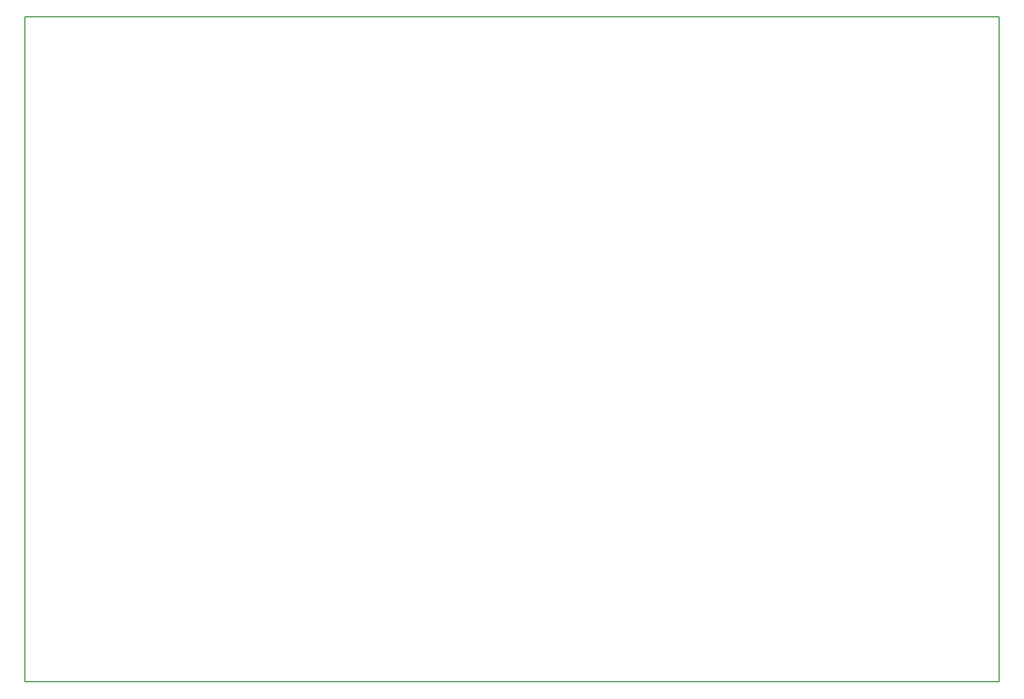
<source format=gko>
G04 #@! TF.FileFunction,Profile,NP*
%FSLAX46Y46*%
G04 Gerber Fmt 4.6, Leading zero omitted, Abs format (unit mm)*
G04 Created by KiCad (PCBNEW 4.0.2-stable) date Mon Sep  5 15:28:57 2016*
%MOMM*%
G01*
G04 APERTURE LIST*
%ADD10C,0.100000*%
%ADD11C,0.150000*%
G04 APERTURE END LIST*
D10*
D11*
X70485000Y-141605000D02*
X70485000Y-37465000D01*
X222885000Y-141605000D02*
X70485000Y-141605000D01*
X222885000Y-37465000D02*
X222885000Y-141605000D01*
X70485000Y-37465000D02*
X222885000Y-37465000D01*
M02*

</source>
